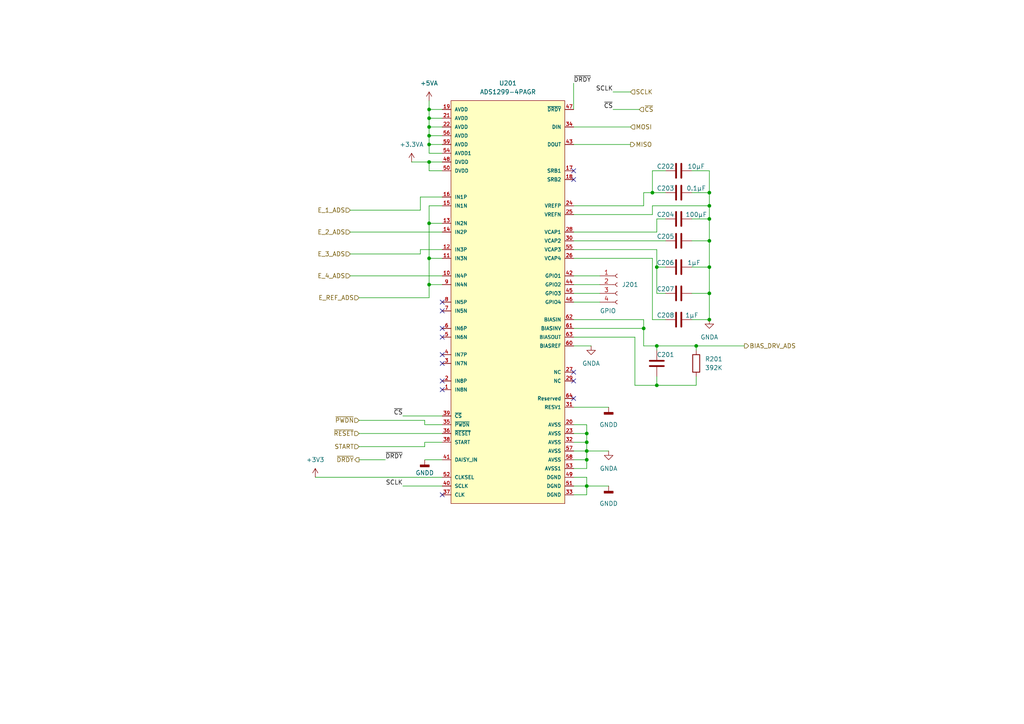
<source format=kicad_sch>
(kicad_sch (version 20211123) (generator eeschema)
  (paper "A4")
  (lib_symbols
    (symbol "Connector:Conn_01x04_Female" (pin_names (offset 1.016) hide)
      (property "Reference" "J" (at 0 5.08 0))
      (property "Value" "Conn_01x04_Female" (at 0 -7.62 0))
      (symbol "Conn_01x04_Female_1_1"
        (arc (start 0 -4.572) (mid -0.508 -5.08) (end 0 -5.588) (stroke (width 0.1524)))
        (arc (start 0 -2.032) (mid -0.508 -2.54) (end 0 -3.048) (stroke (width 0.1524)))
        (polyline (pts (xy -1.27 -5.08) (xy -0.508 -5.08)) (stroke (width 0.1524)))
        (polyline (pts (xy -1.27 -2.54) (xy -0.508 -2.54)) (stroke (width 0.1524)))
        (polyline (pts (xy -1.27 0) (xy -0.508 0)) (stroke (width 0.1524)))
        (polyline (pts (xy -1.27 2.54) (xy -0.508 2.54)) (stroke (width 0.1524)))
        (arc (start 0 0.508) (mid -0.508 0) (end 0 -0.508) (stroke (width 0.1524)))
        (arc (start 0 3.048) (mid -0.508 2.54) (end 0 2.032) (stroke (width 0.1524)))
        (pin passive line (at -5.08 2.54 0) (length 3.81) (name "Pin_1") (number "1"))
        (pin passive line (at -5.08 0 0) (length 3.81) (name "Pin_2") (number "2"))
        (pin passive line (at -5.08 -2.54 0) (length 3.81) (name "Pin_3") (number "3"))
        (pin passive line (at -5.08 -5.08 0) (length 3.81) (name "Pin_4") (number "4"))
      )
    )
    (symbol "Device:C" (pin_numbers hide) (pin_names (offset 0.254))
      (property "Reference" "C" (at 0.635 2.54 0))
      (property "Value" "C" (at 0.635 -2.54 0))
      (symbol "C_0_1"
        (polyline (pts (xy -2.032 -0.762) (xy 2.032 -0.762)) (stroke (width 0.508)))
        (polyline (pts (xy -2.032 0.762) (xy 2.032 0.762)) (stroke (width 0.508)))
      )
      (symbol "C_1_1"
        (pin passive line (at 0 3.81 270) (length 2.794) (name "~") (number "1"))
        (pin passive line (at 0 -3.81 90) (length 2.794) (name "~") (number "2"))
      )
    )
    (symbol "Device:R" (pin_numbers hide) (pin_names (offset 0))
      (property "Reference" "R" (at 2.032 0 90))
      (property "Value" "R" (at 0 0 90))
      (symbol "R_0_1"
        (rectangle (start -1.016 -2.54) (end 1.016 2.54) (stroke (width 0.254)))
      )
      (symbol "R_1_1"
        (pin passive line (at 0 3.81 270) (length 1.27) (name "~") (number "1"))
        (pin passive line (at 0 -3.81 90) (length 1.27) (name "~") (number "2"))
      )
    )
    (symbol "eec:ADS1299-4PAGR" (pin_names (offset 1.016))
      (property "Reference" "U" (at 0 5.08 0))
      (property "Value" "ADS1299-4PAGR" (at 0 7.62 0))
      (symbol "ADS1299-4PAGR_1_1"
        (rectangle (start 5.08 2.54) (end 38.1 -114.3) (fill (type background)))
        (pin unspecified line (at 2.54 -81.28 0) (length 2.54) (name "IN8N") (number "1"))
        (pin unspecified line (at 2.54 -48.26 0) (length 2.54) (name "IN4P") (number "10"))
        (pin unspecified line (at 2.54 -43.18 0) (length 2.54) (name "IN3N") (number "11"))
        (pin unspecified line (at 2.54 -40.64 0) (length 2.54) (name "IN3P") (number "12"))
        (pin unspecified line (at 2.54 -33.02 0) (length 2.54) (name "IN2N") (number "13"))
        (pin unspecified line (at 2.54 -35.56 0) (length 2.54) (name "IN2P") (number "14"))
        (pin unspecified line (at 2.54 -27.94 0) (length 2.54) (name "IN1N") (number "15"))
        (pin unspecified line (at 2.54 -25.4 0) (length 2.54) (name "IN1P") (number "16"))
        (pin unspecified line (at 40.64 -17.78 180) (length 2.54) (name "SRB1") (number "17"))
        (pin unspecified line (at 40.64 -20.32 180) (length 2.54) (name "SRB2") (number "18"))
        (pin unspecified line (at 2.54 0 0) (length 2.54) (name "AVDD") (number "19"))
        (pin unspecified line (at 2.54 -78.74 0) (length 2.54) (name "IN8P") (number "2"))
        (pin unspecified line (at 40.64 -91.44 180) (length 2.54) (name "AVSS") (number "20"))
        (pin unspecified line (at 2.54 -2.54 0) (length 2.54) (name "AVDD") (number "21"))
        (pin unspecified line (at 2.54 -5.08 0) (length 2.54) (name "AVDD") (number "22"))
        (pin unspecified line (at 40.64 -93.98 180) (length 2.54) (name "AVSS") (number "23"))
        (pin unspecified line (at 40.64 -27.94 180) (length 2.54) (name "VREFP") (number "24"))
        (pin unspecified line (at 40.64 -30.48 180) (length 2.54) (name "VREFN") (number "25"))
        (pin unspecified line (at 40.64 -43.18 180) (length 2.54) (name "VCAP4") (number "26"))
        (pin unspecified line (at 40.64 -76.2 180) (length 2.54) (name "NC") (number "27"))
        (pin unspecified line (at 40.64 -35.56 180) (length 2.54) (name "VCAP1") (number "28"))
        (pin unspecified line (at 40.64 -78.74 180) (length 2.54) (name "NC") (number "29"))
        (pin unspecified line (at 2.54 -73.66 0) (length 2.54) (name "IN7N") (number "3"))
        (pin unspecified line (at 40.64 -38.1 180) (length 2.54) (name "VCAP2") (number "30"))
        (pin unspecified line (at 40.64 -86.36 180) (length 2.54) (name "RESV1") (number "31"))
        (pin unspecified line (at 40.64 -96.52 180) (length 2.54) (name "AVSS") (number "32"))
        (pin unspecified line (at 40.64 -111.76 180) (length 2.54) (name "DGND") (number "33"))
        (pin unspecified line (at 40.64 -5.08 180) (length 2.54) (name "DIN") (number "34"))
        (pin unspecified line (at 2.54 -91.44 0) (length 2.54) (name "~{PWDN}") (number "35"))
        (pin unspecified line (at 2.54 -93.98 0) (length 2.54) (name "~{RESET}") (number "36"))
        (pin unspecified line (at 2.54 -111.76 0) (length 2.54) (name "CLK") (number "37"))
        (pin unspecified line (at 2.54 -96.52 0) (length 2.54) (name "START") (number "38"))
        (pin unspecified line (at 2.54 -88.9 0) (length 2.54) (name "~{CS}") (number "39"))
        (pin unspecified line (at 2.54 -71.12 0) (length 2.54) (name "IN7P") (number "4"))
        (pin unspecified line (at 2.54 -109.22 0) (length 2.54) (name "SCLK") (number "40"))
        (pin unspecified line (at 2.54 -101.6 0) (length 2.54) (name "DAISY_IN") (number "41"))
        (pin unspecified line (at 40.64 -48.26 180) (length 2.54) (name "GPIO1") (number "42"))
        (pin unspecified line (at 40.64 -10.16 180) (length 2.54) (name "DOUT") (number "43"))
        (pin unspecified line (at 40.64 -50.8 180) (length 2.54) (name "GPIO2") (number "44"))
        (pin unspecified line (at 40.64 -53.34 180) (length 2.54) (name "GPIO3") (number "45"))
        (pin unspecified line (at 40.64 -55.88 180) (length 2.54) (name "GPIO4") (number "46"))
        (pin unspecified line (at 40.64 0 180) (length 2.54) (name "~{DRDY}") (number "47"))
        (pin unspecified line (at 2.54 -15.24 0) (length 2.54) (name "DVDD") (number "48"))
        (pin unspecified line (at 40.64 -106.68 180) (length 2.54) (name "DGND") (number "49"))
        (pin unspecified line (at 2.54 -66.04 0) (length 2.54) (name "IN6N") (number "5"))
        (pin unspecified line (at 2.54 -17.78 0) (length 2.54) (name "DVDD") (number "50"))
        (pin unspecified line (at 40.64 -109.22 180) (length 2.54) (name "DGND") (number "51"))
        (pin unspecified line (at 2.54 -106.68 0) (length 2.54) (name "CLKSEL") (number "52"))
        (pin unspecified line (at 40.64 -104.14 180) (length 2.54) (name "AVSS1") (number "53"))
        (pin unspecified line (at 2.54 -12.7 0) (length 2.54) (name "AVDD1") (number "54"))
        (pin unspecified line (at 40.64 -40.64 180) (length 2.54) (name "VCAP3") (number "55"))
        (pin unspecified line (at 2.54 -7.62 0) (length 2.54) (name "AVDD") (number "56"))
        (pin unspecified line (at 40.64 -99.06 180) (length 2.54) (name "AVSS") (number "57"))
        (pin unspecified line (at 40.64 -101.6 180) (length 2.54) (name "AVSS") (number "58"))
        (pin unspecified line (at 2.54 -10.16 0) (length 2.54) (name "AVDD") (number "59"))
        (pin unspecified line (at 2.54 -63.5 0) (length 2.54) (name "IN6P") (number "6"))
        (pin unspecified line (at 40.64 -68.58 180) (length 2.54) (name "BIASREF") (number "60"))
        (pin unspecified line (at 40.64 -63.5 180) (length 2.54) (name "BIASINV") (number "61"))
        (pin unspecified line (at 40.64 -60.96 180) (length 2.54) (name "BIASIN") (number "62"))
        (pin unspecified line (at 40.64 -66.04 180) (length 2.54) (name "BIASOUT") (number "63"))
        (pin unspecified line (at 40.64 -83.82 180) (length 2.54) (name "Reserved") (number "64"))
        (pin unspecified line (at 2.54 -58.42 0) (length 2.54) (name "IN5N") (number "7"))
        (pin unspecified line (at 2.54 -55.88 0) (length 2.54) (name "IN5P") (number "8"))
        (pin unspecified line (at 2.54 -50.8 0) (length 2.54) (name "IN4N") (number "9"))
      )
    )
    (symbol "power:+3.3V" (power) (pin_names (offset 0))
      (property "Value" "+3.3V" (at 0 3.556 0))
      (symbol "+3.3V_0_1"
        (polyline (pts (xy -0.762 1.27) (xy 0 2.54)))
        (polyline (pts (xy 0 0) (xy 0 2.54)))
        (polyline (pts (xy 0 2.54) (xy 0.762 1.27)))
      )
      (symbol "+3.3V_1_1"
        (pin power_in line (at 0 0 90) (length 0) hide (name "+3V3") (number "1"))
      )
    )
    (symbol "power:+3.3VA" (power) (pin_names (offset 0))
      (property "Value" "+3.3VA" (at 0 3.556 0))
      (symbol "+3.3VA_0_1"
        (polyline (pts (xy -0.762 1.27) (xy 0 2.54)))
        (polyline (pts (xy 0 0) (xy 0 2.54)))
        (polyline (pts (xy 0 2.54) (xy 0.762 1.27)))
      )
      (symbol "+3.3VA_1_1"
        (pin power_in line (at 0 0 90) (length 0) hide (name "+3.3VA") (number "1"))
      )
    )
    (symbol "power:+5VA" (power) (pin_names (offset 0))
      (property "Value" "+5VA" (at 0 3.556 0))
      (symbol "+5VA_0_1"
        (polyline (pts (xy -0.762 1.27) (xy 0 2.54)))
        (polyline (pts (xy 0 0) (xy 0 2.54)))
        (polyline (pts (xy 0 2.54) (xy 0.762 1.27)))
      )
      (symbol "+5VA_1_1"
        (pin power_in line (at 0 0 90) (length 0) hide (name "+5VA") (number "1"))
      )
    )
    (symbol "power:GNDA" (power) (pin_names (offset 0))
      (property "Value" "GNDA" (at 0 -3.81 0))
      (symbol "GNDA_0_1"
        (polyline (pts (xy 0 0) (xy 0 -1.27) (xy 1.27 -1.27) (xy 0 -2.54) (xy -1.27 -1.27) (xy 0 -1.27)))
      )
      (symbol "GNDA_1_1"
        (pin power_in line (at 0 0 270) (length 0) hide (name "GNDA") (number "1"))
      )
    )
    (symbol "power:GNDD" (power) (pin_names (offset 0))
      (property "Value" "GNDD" (at 0 -3.175 0))
      (symbol "GNDD_0_1"
        (rectangle (start -1.27 -1.524) (end 1.27 -2.032) (stroke (width 0.254)) (fill (type outline)))
        (polyline (pts (xy 0 0) (xy 0 -1.524)))
      )
      (symbol "GNDD_1_1"
        (pin power_in line (at 0 0 270) (length 0) hide (name "GNDD") (number "1"))
      )
    )
  )
  (junction (at 170.18 125.73))
  (junction (at 124.46 41.91))
  (junction (at 124.46 46.99))
  (junction (at 205.74 63.5))
  (junction (at 124.46 31.75))
  (junction (at 186.69 95.25))
  (junction (at 205.74 92.71))
  (junction (at 124.46 34.29))
  (junction (at 124.46 64.77))
  (junction (at 201.93 100.33))
  (junction (at 189.23 55.88))
  (junction (at 205.74 59.69))
  (junction (at 124.46 74.93))
  (junction (at 190.5 100.33))
  (junction (at 170.18 133.35))
  (junction (at 205.74 69.85))
  (junction (at 205.74 85.09))
  (junction (at 124.46 82.55))
  (junction (at 170.18 140.97))
  (junction (at 124.46 36.83))
  (junction (at 170.18 130.81))
  (junction (at 205.74 55.88))
  (junction (at 170.18 128.27))
  (junction (at 190.5 111.76))
  (junction (at 190.5 77.47))
  (junction (at 205.74 77.47))
  (junction (at 124.46 39.37))
  (no_connect (at 166.37 110.49))
  (no_connect (at 128.27 87.63))
  (no_connect (at 166.37 49.53))
  (no_connect (at 128.27 113.03))
  (no_connect (at 166.37 52.07))
  (no_connect (at 128.27 143.51))
  (no_connect (at 166.37 107.95))
  (no_connect (at 128.27 110.49))
  (no_connect (at 166.37 115.57))
  (no_connect (at 128.27 97.79))
  (no_connect (at 128.27 102.87))
  (no_connect (at 128.27 95.25))
  (no_connect (at 128.27 105.41))
  (no_connect (at 128.27 90.17))
  (wire (pts (xy 200.66 92.71) (xy 205.74 92.71)))
  (wire (pts (xy 119.38 46.99) (xy 124.46 46.99)))
  (wire (pts (xy 124.46 34.29) (xy 128.27 34.29)))
  (wire (pts (xy 104.14 129.54) (xy 123.19 129.54)))
  (wire (pts (xy 124.46 31.75) (xy 124.46 34.29)))
  (wire (pts (xy 170.18 125.73) (xy 170.18 128.27)))
  (wire (pts (xy 170.18 130.81) (xy 170.18 133.35)))
  (wire (pts (xy 189.23 92.71) (xy 189.23 74.93)))
  (wire (pts (xy 205.74 59.69) (xy 205.74 63.5)))
  (wire (pts (xy 193.04 92.71) (xy 189.23 92.71)))
  (wire (pts (xy 166.37 128.27) (xy 170.18 128.27)))
  (wire (pts (xy 170.18 123.19) (xy 170.18 125.73)))
  (wire (pts (xy 170.18 140.97) (xy 176.53 140.97)))
  (wire (pts (xy 101.6 60.96) (xy 121.92 60.96)))
  (wire (pts (xy 124.46 49.53) (xy 124.46 46.99)))
  (wire (pts (xy 177.8 31.75) (xy 185.42 31.75)))
  (wire (pts (xy 190.5 77.47) (xy 193.04 77.47)))
  (wire (pts (xy 184.15 97.79) (xy 184.15 111.76)))
  (wire (pts (xy 104.14 125.73) (xy 128.27 125.73)))
  (wire (pts (xy 166.37 82.55) (xy 173.99 82.55)))
  (wire (pts (xy 186.69 55.88) (xy 189.23 55.88)))
  (wire (pts (xy 205.74 77.47) (xy 205.74 85.09)))
  (wire (pts (xy 201.93 111.76) (xy 190.5 111.76)))
  (wire (pts (xy 200.66 55.88) (xy 205.74 55.88)))
  (wire (pts (xy 170.18 138.43) (xy 170.18 140.97)))
  (wire (pts (xy 124.46 41.91) (xy 124.46 44.45)))
  (wire (pts (xy 177.8 26.67) (xy 182.88 26.67)))
  (wire (pts (xy 190.5 63.5) (xy 193.04 63.5)))
  (wire (pts (xy 170.18 135.89) (xy 170.18 133.35)))
  (wire (pts (xy 124.46 46.99) (xy 128.27 46.99)))
  (wire (pts (xy 186.69 100.33) (xy 190.5 100.33)))
  (wire (pts (xy 116.84 120.65) (xy 128.27 120.65)))
  (wire (pts (xy 166.37 67.31) (xy 190.5 67.31)))
  (wire (pts (xy 128.27 74.93) (xy 124.46 74.93)))
  (wire (pts (xy 166.37 36.83) (xy 182.88 36.83)))
  (wire (pts (xy 200.66 85.09) (xy 205.74 85.09)))
  (wire (pts (xy 205.74 69.85) (xy 205.74 77.47)))
  (wire (pts (xy 128.27 36.83) (xy 124.46 36.83)))
  (wire (pts (xy 200.66 69.85) (xy 205.74 69.85)))
  (wire (pts (xy 124.46 64.77) (xy 124.46 74.93)))
  (wire (pts (xy 166.37 133.35) (xy 170.18 133.35)))
  (wire (pts (xy 128.27 39.37) (xy 124.46 39.37)))
  (wire (pts (xy 170.18 128.27) (xy 170.18 130.81)))
  (wire (pts (xy 123.19 123.19) (xy 128.27 123.19)))
  (wire (pts (xy 128.27 59.69) (xy 124.46 59.69)))
  (wire (pts (xy 124.46 39.37) (xy 124.46 41.91)))
  (wire (pts (xy 128.27 41.91) (xy 124.46 41.91)))
  (wire (pts (xy 124.46 59.69) (xy 124.46 64.77)))
  (wire (pts (xy 170.18 140.97) (xy 170.18 143.51)))
  (wire (pts (xy 124.46 86.36) (xy 124.46 82.55)))
  (wire (pts (xy 128.27 49.53) (xy 124.46 49.53)))
  (wire (pts (xy 166.37 62.23) (xy 189.23 62.23)))
  (wire (pts (xy 124.46 36.83) (xy 124.46 39.37)))
  (wire (pts (xy 186.69 95.25) (xy 186.69 100.33)))
  (wire (pts (xy 121.92 57.15) (xy 121.92 60.96)))
  (wire (pts (xy 166.37 72.39) (xy 190.5 72.39)))
  (wire (pts (xy 166.37 100.33) (xy 171.45 100.33)))
  (wire (pts (xy 124.46 34.29) (xy 124.46 36.83)))
  (wire (pts (xy 128.27 31.75) (xy 124.46 31.75)))
  (wire (pts (xy 200.66 77.47) (xy 205.74 77.47)))
  (wire (pts (xy 190.5 85.09) (xy 190.5 77.47)))
  (wire (pts (xy 101.6 73.66) (xy 121.92 73.66)))
  (wire (pts (xy 123.19 133.35) (xy 128.27 133.35)))
  (wire (pts (xy 190.5 109.22) (xy 190.5 111.76)))
  (wire (pts (xy 190.5 67.31) (xy 190.5 63.5)))
  (wire (pts (xy 166.37 85.09) (xy 173.99 85.09)))
  (wire (pts (xy 193.04 49.53) (xy 189.23 49.53)))
  (wire (pts (xy 205.74 85.09) (xy 205.74 92.71)))
  (wire (pts (xy 189.23 59.69) (xy 205.74 59.69)))
  (wire (pts (xy 101.6 80.01) (xy 128.27 80.01)))
  (wire (pts (xy 166.37 74.93) (xy 189.23 74.93)))
  (wire (pts (xy 101.6 67.31) (xy 128.27 67.31)))
  (wire (pts (xy 189.23 55.88) (xy 193.04 55.88)))
  (wire (pts (xy 201.93 100.33) (xy 215.9 100.33)))
  (wire (pts (xy 200.66 49.53) (xy 205.74 49.53)))
  (wire (pts (xy 166.37 31.75) (xy 166.37 24.13)))
  (wire (pts (xy 116.84 140.97) (xy 128.27 140.97)))
  (wire (pts (xy 166.37 123.19) (xy 170.18 123.19)))
  (wire (pts (xy 170.18 130.81) (xy 166.37 130.81)))
  (wire (pts (xy 193.04 85.09) (xy 190.5 85.09)))
  (wire (pts (xy 166.37 87.63) (xy 173.99 87.63)))
  (wire (pts (xy 104.14 133.35) (xy 111.76 133.35)))
  (wire (pts (xy 128.27 72.39) (xy 121.92 72.39)))
  (wire (pts (xy 128.27 44.45) (xy 124.46 44.45)))
  (wire (pts (xy 124.46 74.93) (xy 124.46 82.55)))
  (wire (pts (xy 166.37 140.97) (xy 170.18 140.97)))
  (wire (pts (xy 104.14 121.92) (xy 123.19 121.92)))
  (wire (pts (xy 205.74 49.53) (xy 205.74 55.88)))
  (wire (pts (xy 170.18 143.51) (xy 166.37 143.51)))
  (wire (pts (xy 128.27 64.77) (xy 124.46 64.77)))
  (wire (pts (xy 166.37 135.89) (xy 170.18 135.89)))
  (wire (pts (xy 166.37 80.01) (xy 173.99 80.01)))
  (wire (pts (xy 166.37 59.69) (xy 186.69 59.69)))
  (wire (pts (xy 184.15 111.76) (xy 190.5 111.76)))
  (wire (pts (xy 190.5 100.33) (xy 201.93 100.33)))
  (wire (pts (xy 166.37 95.25) (xy 186.69 95.25)))
  (wire (pts (xy 201.93 100.33) (xy 201.93 101.6)))
  (wire (pts (xy 128.27 57.15) (xy 121.92 57.15)))
  (wire (pts (xy 189.23 62.23) (xy 189.23 59.69)))
  (wire (pts (xy 190.5 72.39) (xy 190.5 77.47)))
  (wire (pts (xy 121.92 72.39) (xy 121.92 73.66)))
  (wire (pts (xy 123.19 129.54) (xy 123.19 128.27)))
  (wire (pts (xy 201.93 109.22) (xy 201.93 111.76)))
  (wire (pts (xy 205.74 63.5) (xy 205.74 69.85)))
  (wire (pts (xy 166.37 118.11) (xy 176.53 118.11)))
  (wire (pts (xy 123.19 121.92) (xy 123.19 123.19)))
  (wire (pts (xy 166.37 125.73) (xy 170.18 125.73)))
  (wire (pts (xy 123.19 128.27) (xy 128.27 128.27)))
  (wire (pts (xy 91.44 138.43) (xy 128.27 138.43)))
  (wire (pts (xy 166.37 41.91) (xy 182.88 41.91)))
  (wire (pts (xy 205.74 55.88) (xy 205.74 59.69)))
  (wire (pts (xy 186.69 92.71) (xy 186.69 95.25)))
  (wire (pts (xy 200.66 63.5) (xy 205.74 63.5)))
  (wire (pts (xy 186.69 55.88) (xy 186.69 59.69)))
  (wire (pts (xy 170.18 130.81) (xy 176.53 130.81)))
  (wire (pts (xy 128.27 82.55) (xy 124.46 82.55)))
  (wire (pts (xy 189.23 49.53) (xy 189.23 55.88)))
  (wire (pts (xy 166.37 138.43) (xy 170.18 138.43)))
  (wire (pts (xy 166.37 92.71) (xy 186.69 92.71)))
  (wire (pts (xy 166.37 69.85) (xy 193.04 69.85)))
  (wire (pts (xy 190.5 101.6) (xy 190.5 100.33)))
  (wire (pts (xy 124.46 29.21) (xy 124.46 31.75)))
  (wire (pts (xy 166.37 97.79) (xy 184.15 97.79)))
  (wire (pts (xy 104.14 86.36) (xy 124.46 86.36)))
  (label "~{DRDY}" (at 166.37 24.13 0))
  (label "SCLK" (at 116.84 140.97 180))
  (label "~{CS}" (at 177.8 31.75 180))
  (label "SCLK" (at 177.8 26.67 180))
  (label "~{CS}" (at 116.84 120.65 180))
  (label "~{DRDY}" (at 111.76 133.35 0))
  (hierarchical_label "~{DRDY}" (shape output) (at 104.14 133.35 180))
  (hierarchical_label "~{RESET}" (shape input) (at 104.14 125.73 180))
  (hierarchical_label "~{PWDN}" (shape input) (at 104.14 121.92 180))
  (hierarchical_label "SCLK" (shape input) (at 182.88 26.67 0))
  (hierarchical_label "E_REF_ADS" (shape input) (at 104.14 86.36 180))
  (hierarchical_label "~{CS}" (shape input) (at 185.42 31.75 0))
  (hierarchical_label "MOSI" (shape input) (at 182.88 36.83 0))
  (hierarchical_label "E_4_ADS" (shape input) (at 101.6 80.01 180))
  (hierarchical_label "START" (shape input) (at 104.14 129.54 180))
  (hierarchical_label "BIAS_DRV_ADS" (shape output) (at 215.9 100.33 0))
  (hierarchical_label "E_1_ADS" (shape input) (at 101.6 60.96 180))
  (hierarchical_label "E_3_ADS" (shape input) (at 101.6 73.66 180))
  (hierarchical_label "MISO" (shape output) (at 182.88 41.91 0))
  (hierarchical_label "E_2_ADS" (shape input) (at 101.6 67.31 180))
  (symbol (lib_id "power:GNDA") (at 171.45 100.33 0) (unit 1)
    (property "Reference" "#PWR0205" (effects hide))
    (property "Value" "GNDA" (at 171.45 105.41 0))
  )
  (symbol (lib_id "power:GNDA") (at 176.53 130.81 0) (unit 1)
    (property "Reference" "#PWR0207" (effects hide))
    (property "Value" "GNDA" (at 176.53 135.89 0))
  )
  (symbol (lib_id "power:GNDD") (at 176.53 118.11 0) (unit 1)
    (property "Reference" "#PWR0206" (effects hide))
    (property "Value" "GNDD" (at 176.53 123.19 0))
  )
  (symbol (lib_id "Device:C") (at 196.85 69.85 90) (unit 1)
    (property "Reference" "C205" (at 193.04 68.58 90))
    (property "Footprint" "Capacitor_SMD:C_0201_0603Metric_Pad0.64x0.40mm_HandSolder" (effects hide))
  )
  (symbol (lib_id "Connector:Conn_01x04_Female") (at 179.07 82.55 0) (unit 1)
    (property "Reference" "J201" (at 180.34 82.5499 0) (effects (justify left)))
    (property "Value" "GPIO" (at 173.99 90.17 0) (effects (justify left)))
  )
  (symbol (lib_id "eec:ADS1299-4PAGR") (at 125.73 31.75 0) (unit 1)
    (property "Reference" "U201" (at 147.32 24.13 0))
    (property "Value" "ADS1299-4PAGR" (at 147.32 26.67 0))
    (property "Footprint" "Texas_Instruments-PAG0064A-04_11-B-*" (effects hide))
    (property "Datasheet" "http://www.ti.com/lit/ds/symlink/ads1299-4.pdf" (effects hide))
    (property "category" "IC" (effects hide))
    (property "digikey description" "IC AFE 4-CH 24BIT 64TQFP" (effects hide))
    (property "digikey part number" "296-45228-1-ND" (effects hide))
    (property "ipc land pattern name" "QFP50P1200X1200X120-64" (effects hide))
    (property "lead free" "yes" (effects hide))
    (property "library id" "7fba00fb32d1f459" (effects hide))
    (property "manufacturer" "Texas Instruments" (effects hide))
    (property "mouser part number" "595-ADS1299-4PAGR" (effects hide))
    (property "package" "TQFP-64" (effects hide))
    (property "rohs" "yes" (effects hide))
    (property "temperature range high" "+85°C" (effects hide))
    (property "temperature range low" "-40°C" (effects hide))
  )
  (symbol (lib_id "power:GNDA") (at 205.74 92.71 0) (unit 1)
    (property "Reference" "#PWR0209" (effects hide))
    (property "Value" "GNDA" (at 205.74 97.79 0))
  )
  (symbol (lib_id "Device:C") (at 196.85 55.88 90) (unit 1)
    (property "Reference" "C203" (at 193.04 54.61 90))
    (property "Value" "0.1µF" (at 201.93 54.61 90))
    (property "Footprint" "Capacitor_SMD:C_0201_0603Metric_Pad0.64x0.40mm_HandSolder" (effects hide))
  )
  (symbol (lib_id "Device:C") (at 196.85 77.47 90) (unit 1)
    (property "Reference" "C206" (at 195.58 76.2 90) (effects (justify left)))
    (property "Value" "1µF" (at 203.2 76.2 90) (effects (justify left)))
    (property "Footprint" "Capacitor_SMD:C_0201_0603Metric_Pad0.64x0.40mm_HandSolder" (effects hide))
  )
  (symbol (lib_id "Device:C") (at 196.85 92.71 90) (unit 1)
    (property "Reference" "C208" (at 193.04 91.44 90))
    (property "Value" "1µF" (at 200.66 91.44 90))
    (property "Footprint" "Capacitor_SMD:C_0201_0603Metric_Pad0.64x0.40mm_HandSolder" (effects hide))
  )
  (symbol (lib_id "power:+3.3VA") (at 119.38 46.99 0) (unit 1)
    (property "Reference" "#PWR0202" (effects hide))
  )
  (symbol (lib_id "power:+3.3V") (at 91.44 138.43 0) (unit 1)
    (property "Reference" "#PWR0201" (effects hide))
    (property "Value" "+3.3V" (at 91.44 133.35 0))
  )
  (symbol (lib_id "power:GNDD") (at 176.53 140.97 0) (unit 1)
    (property "Reference" "#PWR0208" (effects hide))
    (property "Value" "GNDD" (at 176.53 146.05 0))
  )
  (symbol (lib_id "Device:R") (at 201.93 105.41 0) (unit 1)
    (property "Reference" "R201" (at 204.47 104.1399 0) (effects (justify left)))
    (property "Value" "392K" (at 204.47 106.6799 0) (effects (justify left)))
  )
  (symbol (lib_id "Device:C") (at 196.85 85.09 90) (unit 1)
    (property "Reference" "C207" (at 195.58 83.82 90) (effects (justify left)))
    (property "Footprint" "Capacitor_SMD:C_0201_0603Metric_Pad0.64x0.40mm_HandSolder" (effects hide))
  )
  (symbol (lib_id "Device:C") (at 190.5 105.41 0) (unit 1)
    (property "Reference" "C201" (at 193.04 102.87 0))
    (property "Footprint" "Capacitor_SMD:C_0201_0603Metric_Pad0.64x0.40mm_HandSolder" (effects hide))
  )
  (symbol (lib_id "Device:C") (at 196.85 63.5 90) (unit 1)
    (property "Reference" "C204" (at 193.04 62.23 90))
    (property "Value" "100µF" (at 201.93 62.23 90))
    (property "Footprint" "Capacitor_SMD:C_0201_0603Metric_Pad0.64x0.40mm_HandSolder" (effects hide))
  )
  (symbol (lib_id "power:GNDD") (at 123.19 133.35 0) (unit 1)
    (property "Reference" "#PWR0203" (effects hide))
    (property "Value" "GNDD" (at 123.19 137.16 0))
  )
  (symbol (lib_id "power:+5VA") (at 124.46 29.21 0) (unit 1)
    (property "Reference" "#PWR0204" (effects hide))
  )
  (symbol (lib_id "Device:C") (at 196.85 49.53 90) (unit 1)
    (property "Reference" "C202" (at 193.04 48.26 90))
    (property "Value" "10µF" (at 201.93 48.26 90))
    (property "Footprint" "Capacitor_SMD:C_0201_0603Metric_Pad0.64x0.40mm_HandSolder" (effects hide))
  )
)
</source>
